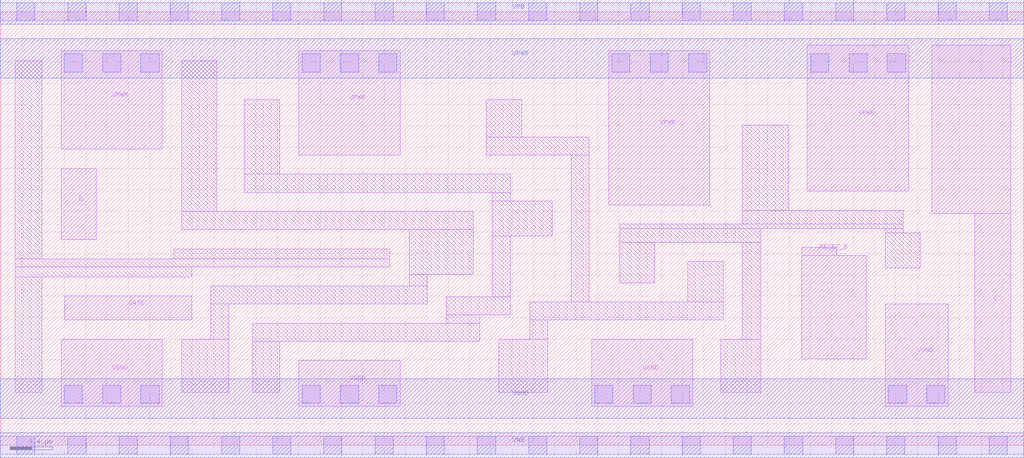
<source format=lef>
# Copyright 2020 The SkyWater PDK Authors
#
# Licensed under the Apache License, Version 2.0 (the "License");
# you may not use this file except in compliance with the License.
# You may obtain a copy of the License at
#
#     https://www.apache.org/licenses/LICENSE-2.0
#
# Unless required by applicable law or agreed to in writing, software
# distributed under the License is distributed on an "AS IS" BASIS,
# WITHOUT WARRANTIES OR CONDITIONS OF ANY KIND, either express or implied.
# See the License for the specific language governing permissions and
# limitations under the License.
#
# SPDX-License-Identifier: Apache-2.0

VERSION 5.5 ;
NAMESCASESENSITIVE ON ;
BUSBITCHARS "[]" ;
DIVIDERCHAR "/" ;
SITE unithvdbl
    SYMMETRY y  ;
    CLASS CORE  ;
    SIZE  0.480 BY 8.140 ;
END unithvdbl
MACRO sky130_fd_sc_hvl__dlrtp_1
  CLASS CORE ;
  SOURCE USER ;
  ORIGIN  0.000000  0.000000 ;
  SIZE  9.600000 BY  4.070000 ;
  SYMMETRY X Y ;
  SITE unithv ;
  PIN D
    ANTENNAGATEAREA  0.585000 ;
    DIRECTION INPUT ;
    USE SIGNAL ;
    PORT
      LAYER li1 ;
        RECT 0.570000 1.930000 0.900000 2.600000 ;
    END
  END D
  PIN Q
    ANTENNADIFFAREA  0.641250 ;
    DIRECTION OUTPUT ;
    USE SIGNAL ;
    PORT
      LAYER li1 ;
        RECT 8.735000 2.175000 9.475000 3.755000 ;
        RECT 9.140000 0.495000 9.475000 2.175000 ;
    END
  END Q
  PIN RESET_B
    ANTENNAGATEAREA  0.585000 ;
    DIRECTION INPUT ;
    USE SIGNAL ;
    PORT
      LAYER li1 ;
        RECT 7.515000 0.810000 8.120000 1.780000 ;
        RECT 7.515000 1.780000 7.845000 1.855000 ;
    END
  END RESET_B
  PIN GATE
    ANTENNAGATEAREA  0.585000 ;
    DIRECTION INPUT ;
    USE CLOCK ;
    PORT
      LAYER li1 ;
        RECT 0.605000 1.175000 1.795000 1.400000 ;
    END
  END GATE
  PIN VGND
    DIRECTION INOUT ;
    USE GROUND ;
    PORT
      LAYER li1 ;
        RECT 0.570000 0.365000 1.520000 0.995000 ;
    END
    PORT
      LAYER li1 ;
        RECT 2.800000 0.365000 3.750000 0.795000 ;
    END
    PORT
      LAYER li1 ;
        RECT 5.545000 0.365000 6.495000 0.995000 ;
    END
    PORT
      LAYER li1 ;
        RECT 8.300000 0.365000 8.890000 1.325000 ;
    END
    PORT
      LAYER met1 ;
        RECT 0.000000 0.255000 9.600000 0.625000 ;
    END
  END VGND
  PIN VNB
    DIRECTION INOUT ;
    USE GROUND ;
    PORT
      LAYER li1 ;
        RECT 0.000000 -0.085000 9.600000 0.085000 ;
    END
    PORT
      LAYER met1 ;
        RECT 0.000000 -0.115000 9.600000 0.115000 ;
    END
  END VNB
  PIN VPB
    DIRECTION INOUT ;
    USE POWER ;
    PORT
      LAYER li1 ;
        RECT 0.000000 3.985000 9.600000 4.155000 ;
    END
    PORT
      LAYER met1 ;
        RECT 0.000000 3.955000 9.600000 4.185000 ;
    END
  END VPB
  PIN VPWR
    DIRECTION INOUT ;
    USE POWER ;
    PORT
      LAYER li1 ;
        RECT 0.570000 2.780000 1.520000 3.705000 ;
    END
    PORT
      LAYER li1 ;
        RECT 2.800000 2.725000 3.750000 3.705000 ;
    END
    PORT
      LAYER li1 ;
        RECT 5.705000 2.255000 6.655000 3.705000 ;
    END
    PORT
      LAYER li1 ;
        RECT 7.570000 2.385000 8.520000 3.755000 ;
    END
    PORT
      LAYER met1 ;
        RECT 0.000000 3.445000 9.600000 3.815000 ;
    END
  END VPWR
  OBS
    LAYER li1 ;
      RECT 0.140000 0.495000 0.390000 1.580000 ;
      RECT 0.140000 1.580000 1.795000 1.675000 ;
      RECT 0.140000 1.675000 3.655000 1.750000 ;
      RECT 0.140000 1.750000 0.390000 3.610000 ;
      RECT 1.625000 1.750000 3.655000 1.845000 ;
      RECT 1.700000 0.495000 2.145000 0.995000 ;
      RECT 1.700000 2.025000 4.435000 2.195000 ;
      RECT 1.700000 2.195000 2.030000 3.610000 ;
      RECT 1.975000 0.995000 2.145000 1.325000 ;
      RECT 1.975000 1.325000 4.005000 1.495000 ;
      RECT 2.290000 2.375000 4.785000 2.545000 ;
      RECT 2.290000 2.545000 2.620000 3.245000 ;
      RECT 2.370000 0.495000 2.620000 0.975000 ;
      RECT 2.370000 0.975000 4.495000 1.145000 ;
      RECT 3.835000 1.495000 4.005000 1.605000 ;
      RECT 3.835000 1.605000 4.435000 2.025000 ;
      RECT 4.185000 1.145000 4.495000 1.225000 ;
      RECT 4.185000 1.225000 4.785000 1.395000 ;
      RECT 4.560000 2.725000 5.525000 2.895000 ;
      RECT 4.560000 2.895000 4.890000 3.245000 ;
      RECT 4.615000 1.395000 4.785000 1.965000 ;
      RECT 4.615000 1.965000 5.175000 2.295000 ;
      RECT 4.615000 2.295000 4.785000 2.375000 ;
      RECT 4.675000 0.495000 5.135000 0.995000 ;
      RECT 4.965000 0.995000 5.135000 1.175000 ;
      RECT 4.965000 1.175000 6.780000 1.345000 ;
      RECT 5.355000 1.345000 5.525000 2.725000 ;
      RECT 5.810000 1.525000 6.140000 1.905000 ;
      RECT 5.810000 1.905000 7.130000 2.035000 ;
      RECT 5.810000 2.035000 8.470000 2.075000 ;
      RECT 6.450000 1.345000 6.780000 1.725000 ;
      RECT 6.755000 0.495000 7.130000 0.995000 ;
      RECT 6.960000 0.995000 7.130000 1.905000 ;
      RECT 6.960000 2.075000 8.470000 2.205000 ;
      RECT 6.960000 2.205000 7.390000 3.005000 ;
      RECT 8.300000 1.665000 8.630000 1.995000 ;
      RECT 8.300000 1.995000 8.470000 2.035000 ;
    LAYER mcon ;
      RECT 0.155000 -0.085000 0.325000 0.085000 ;
      RECT 0.155000  3.985000 0.325000 4.155000 ;
      RECT 0.600000  0.395000 0.770000 0.565000 ;
      RECT 0.600000  3.505000 0.770000 3.675000 ;
      RECT 0.635000 -0.085000 0.805000 0.085000 ;
      RECT 0.635000  3.985000 0.805000 4.155000 ;
      RECT 0.960000  0.395000 1.130000 0.565000 ;
      RECT 0.960000  3.505000 1.130000 3.675000 ;
      RECT 1.115000 -0.085000 1.285000 0.085000 ;
      RECT 1.115000  3.985000 1.285000 4.155000 ;
      RECT 1.320000  0.395000 1.490000 0.565000 ;
      RECT 1.320000  3.505000 1.490000 3.675000 ;
      RECT 1.595000 -0.085000 1.765000 0.085000 ;
      RECT 1.595000  3.985000 1.765000 4.155000 ;
      RECT 2.075000 -0.085000 2.245000 0.085000 ;
      RECT 2.075000  3.985000 2.245000 4.155000 ;
      RECT 2.555000 -0.085000 2.725000 0.085000 ;
      RECT 2.555000  3.985000 2.725000 4.155000 ;
      RECT 2.830000  0.395000 3.000000 0.565000 ;
      RECT 2.830000  3.505000 3.000000 3.675000 ;
      RECT 3.035000 -0.085000 3.205000 0.085000 ;
      RECT 3.035000  3.985000 3.205000 4.155000 ;
      RECT 3.190000  0.395000 3.360000 0.565000 ;
      RECT 3.190000  3.505000 3.360000 3.675000 ;
      RECT 3.515000 -0.085000 3.685000 0.085000 ;
      RECT 3.515000  3.985000 3.685000 4.155000 ;
      RECT 3.550000  0.395000 3.720000 0.565000 ;
      RECT 3.550000  3.505000 3.720000 3.675000 ;
      RECT 3.995000 -0.085000 4.165000 0.085000 ;
      RECT 3.995000  3.985000 4.165000 4.155000 ;
      RECT 4.475000 -0.085000 4.645000 0.085000 ;
      RECT 4.475000  3.985000 4.645000 4.155000 ;
      RECT 4.955000 -0.085000 5.125000 0.085000 ;
      RECT 4.955000  3.985000 5.125000 4.155000 ;
      RECT 5.435000 -0.085000 5.605000 0.085000 ;
      RECT 5.435000  3.985000 5.605000 4.155000 ;
      RECT 5.575000  0.395000 5.745000 0.565000 ;
      RECT 5.735000  3.505000 5.905000 3.675000 ;
      RECT 5.915000 -0.085000 6.085000 0.085000 ;
      RECT 5.915000  3.985000 6.085000 4.155000 ;
      RECT 5.935000  0.395000 6.105000 0.565000 ;
      RECT 6.095000  3.505000 6.265000 3.675000 ;
      RECT 6.295000  0.395000 6.465000 0.565000 ;
      RECT 6.395000 -0.085000 6.565000 0.085000 ;
      RECT 6.395000  3.985000 6.565000 4.155000 ;
      RECT 6.455000  3.505000 6.625000 3.675000 ;
      RECT 6.875000 -0.085000 7.045000 0.085000 ;
      RECT 6.875000  3.985000 7.045000 4.155000 ;
      RECT 7.355000 -0.085000 7.525000 0.085000 ;
      RECT 7.355000  3.985000 7.525000 4.155000 ;
      RECT 7.600000  3.505000 7.770000 3.675000 ;
      RECT 7.835000 -0.085000 8.005000 0.085000 ;
      RECT 7.835000  3.985000 8.005000 4.155000 ;
      RECT 7.960000  3.505000 8.130000 3.675000 ;
      RECT 8.315000 -0.085000 8.485000 0.085000 ;
      RECT 8.315000  3.985000 8.485000 4.155000 ;
      RECT 8.320000  3.505000 8.490000 3.675000 ;
      RECT 8.330000  0.395000 8.500000 0.565000 ;
      RECT 8.690000  0.395000 8.860000 0.565000 ;
      RECT 8.795000 -0.085000 8.965000 0.085000 ;
      RECT 8.795000  3.985000 8.965000 4.155000 ;
      RECT 9.275000 -0.085000 9.445000 0.085000 ;
      RECT 9.275000  3.985000 9.445000 4.155000 ;
  END
END sky130_fd_sc_hvl__dlrtp_1

</source>
